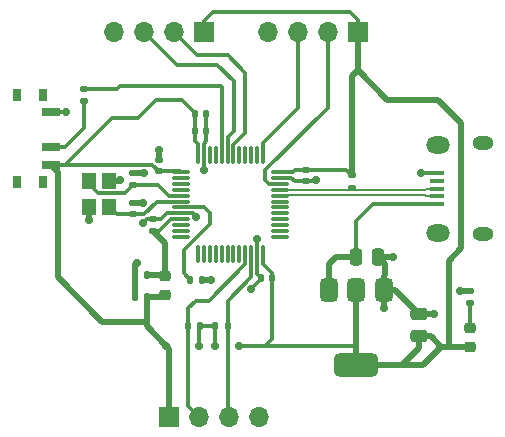
<source format=gbr>
%TF.GenerationSoftware,KiCad,Pcbnew,9.0.0*%
%TF.CreationDate,2025-03-25T14:42:11+07:00*%
%TF.ProjectId,stm32f1,73746d33-3266-4312-9e6b-696361645f70,rev?*%
%TF.SameCoordinates,Original*%
%TF.FileFunction,Copper,L1,Top*%
%TF.FilePolarity,Positive*%
%FSLAX46Y46*%
G04 Gerber Fmt 4.6, Leading zero omitted, Abs format (unit mm)*
G04 Created by KiCad (PCBNEW 9.0.0) date 2025-03-25 14:42:11*
%MOMM*%
%LPD*%
G01*
G04 APERTURE LIST*
G04 Aperture macros list*
%AMRoundRect*
0 Rectangle with rounded corners*
0 $1 Rounding radius*
0 $2 $3 $4 $5 $6 $7 $8 $9 X,Y pos of 4 corners*
0 Add a 4 corners polygon primitive as box body*
4,1,4,$2,$3,$4,$5,$6,$7,$8,$9,$2,$3,0*
0 Add four circle primitives for the rounded corners*
1,1,$1+$1,$2,$3*
1,1,$1+$1,$4,$5*
1,1,$1+$1,$6,$7*
1,1,$1+$1,$8,$9*
0 Add four rect primitives between the rounded corners*
20,1,$1+$1,$2,$3,$4,$5,0*
20,1,$1+$1,$4,$5,$6,$7,0*
20,1,$1+$1,$6,$7,$8,$9,0*
20,1,$1+$1,$8,$9,$2,$3,0*%
G04 Aperture macros list end*
%TA.AperFunction,SMDPad,CuDef*%
%ADD10RoundRect,0.140000X-0.140000X-0.170000X0.140000X-0.170000X0.140000X0.170000X-0.140000X0.170000X0*%
%TD*%
%TA.AperFunction,SMDPad,CuDef*%
%ADD11R,0.800000X1.000000*%
%TD*%
%TA.AperFunction,SMDPad,CuDef*%
%ADD12R,1.500000X0.700000*%
%TD*%
%TA.AperFunction,SMDPad,CuDef*%
%ADD13R,1.200000X1.400000*%
%TD*%
%TA.AperFunction,SMDPad,CuDef*%
%ADD14RoundRect,0.375000X-0.375000X0.625000X-0.375000X-0.625000X0.375000X-0.625000X0.375000X0.625000X0*%
%TD*%
%TA.AperFunction,SMDPad,CuDef*%
%ADD15RoundRect,0.500000X-1.400000X0.500000X-1.400000X-0.500000X1.400000X-0.500000X1.400000X0.500000X0*%
%TD*%
%TA.AperFunction,SMDPad,CuDef*%
%ADD16RoundRect,0.075000X-0.662500X-0.075000X0.662500X-0.075000X0.662500X0.075000X-0.662500X0.075000X0*%
%TD*%
%TA.AperFunction,SMDPad,CuDef*%
%ADD17RoundRect,0.075000X-0.075000X-0.662500X0.075000X-0.662500X0.075000X0.662500X-0.075000X0.662500X0*%
%TD*%
%TA.AperFunction,SMDPad,CuDef*%
%ADD18RoundRect,0.135000X-0.135000X-0.185000X0.135000X-0.185000X0.135000X0.185000X-0.135000X0.185000X0*%
%TD*%
%TA.AperFunction,SMDPad,CuDef*%
%ADD19RoundRect,0.135000X0.135000X0.185000X-0.135000X0.185000X-0.135000X-0.185000X0.135000X-0.185000X0*%
%TD*%
%TA.AperFunction,SMDPad,CuDef*%
%ADD20RoundRect,0.135000X0.185000X-0.135000X0.185000X0.135000X-0.185000X0.135000X-0.185000X-0.135000X0*%
%TD*%
%TA.AperFunction,SMDPad,CuDef*%
%ADD21RoundRect,0.135000X-0.185000X0.135000X-0.185000X-0.135000X0.185000X-0.135000X0.185000X0.135000X0*%
%TD*%
%TA.AperFunction,ComponentPad*%
%ADD22R,1.700000X1.700000*%
%TD*%
%TA.AperFunction,ComponentPad*%
%ADD23O,1.700000X1.700000*%
%TD*%
%TA.AperFunction,SMDPad,CuDef*%
%ADD24R,1.300000X0.450000*%
%TD*%
%TA.AperFunction,HeatsinkPad*%
%ADD25O,1.800000X1.150000*%
%TD*%
%TA.AperFunction,HeatsinkPad*%
%ADD26O,2.000000X1.450000*%
%TD*%
%TA.AperFunction,SMDPad,CuDef*%
%ADD27RoundRect,0.218750X-0.256250X0.218750X-0.256250X-0.218750X0.256250X-0.218750X0.256250X0.218750X0*%
%TD*%
%TA.AperFunction,SMDPad,CuDef*%
%ADD28RoundRect,0.250000X0.475000X-0.250000X0.475000X0.250000X-0.475000X0.250000X-0.475000X-0.250000X0*%
%TD*%
%TA.AperFunction,SMDPad,CuDef*%
%ADD29RoundRect,0.250000X-0.250000X-0.475000X0.250000X-0.475000X0.250000X0.475000X-0.250000X0.475000X0*%
%TD*%
%TA.AperFunction,SMDPad,CuDef*%
%ADD30RoundRect,0.140000X0.170000X-0.140000X0.170000X0.140000X-0.170000X0.140000X-0.170000X-0.140000X0*%
%TD*%
%TA.AperFunction,SMDPad,CuDef*%
%ADD31RoundRect,0.140000X0.140000X0.170000X-0.140000X0.170000X-0.140000X-0.170000X0.140000X-0.170000X0*%
%TD*%
%TA.AperFunction,SMDPad,CuDef*%
%ADD32RoundRect,0.140000X-0.170000X0.140000X-0.170000X-0.140000X0.170000X-0.140000X0.170000X0.140000X0*%
%TD*%
%TA.AperFunction,ViaPad*%
%ADD33C,0.700000*%
%TD*%
%TA.AperFunction,Conductor*%
%ADD34C,0.300000*%
%TD*%
%TA.AperFunction,Conductor*%
%ADD35C,0.500000*%
%TD*%
%TA.AperFunction,Conductor*%
%ADD36C,0.200000*%
%TD*%
G04 APERTURE END LIST*
D10*
%TO.P,C1,1*%
%TO.N,+3.3V*%
X117340000Y-57000000D03*
%TO.P,C1,2*%
%TO.N,GND*%
X118300000Y-57000000D03*
%TD*%
D11*
%TO.P,SW1,*%
%TO.N,*%
X104455000Y-54000000D03*
X102245000Y-54000000D03*
X104455000Y-61300000D03*
X102245000Y-61300000D03*
D12*
%TO.P,SW1,1,A*%
%TO.N,GND*%
X105105000Y-55400000D03*
%TO.P,SW1,2,B*%
%TO.N,Net-(SW1-B)*%
X105105000Y-58400000D03*
%TO.P,SW1,3,C*%
%TO.N,+3.3V*%
X105105000Y-59900000D03*
%TD*%
D13*
%TO.P,Y1,1,1*%
%TO.N,/HSE_IN*%
X108368000Y-61220000D03*
%TO.P,Y1,2,2*%
%TO.N,GND*%
X108368000Y-63420000D03*
%TO.P,Y1,3,3*%
%TO.N,/HSE_OUT*%
X110068000Y-63420000D03*
%TO.P,Y1,4,4*%
%TO.N,GND*%
X110068000Y-61220000D03*
%TD*%
D14*
%TO.P,U3,1,GND*%
%TO.N,GND*%
X133300000Y-70500000D03*
%TO.P,U3,2,VO*%
%TO.N,+3.3V*%
X131000000Y-70500000D03*
D15*
X131000000Y-76800000D03*
D14*
%TO.P,U3,3,VI*%
%TO.N,VBUS*%
X128700000Y-70500000D03*
%TD*%
D16*
%TO.P,U1,1,VBAT*%
%TO.N,+3.3V*%
X116175000Y-60500000D03*
%TO.P,U1,2,PC13*%
%TO.N,unconnected-(U1-PC13-Pad2)*%
X116175000Y-61000000D03*
%TO.P,U1,3,PC14*%
%TO.N,unconnected-(U1-PC14-Pad3)*%
X116175000Y-61500000D03*
%TO.P,U1,4,PC15*%
%TO.N,unconnected-(U1-PC15-Pad4)*%
X116175000Y-62000000D03*
%TO.P,U1,5,PD0*%
%TO.N,/HSE_IN*%
X116175000Y-62500000D03*
%TO.P,U1,6,PD1*%
%TO.N,/HSE_OUT*%
X116175000Y-63000000D03*
%TO.P,U1,7,NRST*%
%TO.N,/NRST*%
X116175000Y-63500000D03*
%TO.P,U1,8,VSSA*%
%TO.N,GND*%
X116175000Y-64000000D03*
%TO.P,U1,9,VDDA*%
%TO.N,+3.3VA*%
X116175000Y-64500000D03*
%TO.P,U1,10,PA0*%
%TO.N,unconnected-(U1-PA0-Pad10)*%
X116175000Y-65000000D03*
%TO.P,U1,11,PA1*%
%TO.N,unconnected-(U1-PA1-Pad11)*%
X116175000Y-65500000D03*
%TO.P,U1,12,PA2*%
%TO.N,unconnected-(U1-PA2-Pad12)*%
X116175000Y-66000000D03*
D17*
%TO.P,U1,13,PA3*%
%TO.N,unconnected-(U1-PA3-Pad13)*%
X117587500Y-67412500D03*
%TO.P,U1,14,PA4*%
%TO.N,unconnected-(U1-PA4-Pad14)*%
X118087500Y-67412500D03*
%TO.P,U1,15,PA5*%
%TO.N,unconnected-(U1-PA5-Pad15)*%
X118587500Y-67412500D03*
%TO.P,U1,16,PA6*%
%TO.N,unconnected-(U1-PA6-Pad16)*%
X119087500Y-67412500D03*
%TO.P,U1,17,PA7*%
%TO.N,unconnected-(U1-PA7-Pad17)*%
X119587500Y-67412500D03*
%TO.P,U1,18,PB0*%
%TO.N,unconnected-(U1-PB0-Pad18)*%
X120087500Y-67412500D03*
%TO.P,U1,19,PB1*%
%TO.N,unconnected-(U1-PB1-Pad19)*%
X120587500Y-67412500D03*
%TO.P,U1,20,PB2*%
%TO.N,unconnected-(U1-PB2-Pad20)*%
X121087500Y-67412500D03*
%TO.P,U1,21,PB10*%
%TO.N,/I2C2_SCL*%
X121587500Y-67412500D03*
%TO.P,U1,22,PB11*%
%TO.N,/I2C2_SDA*%
X122087500Y-67412500D03*
%TO.P,U1,23,VSS*%
%TO.N,GND*%
X122587500Y-67412500D03*
%TO.P,U1,24,VDD*%
%TO.N,+3.3V*%
X123087500Y-67412500D03*
D16*
%TO.P,U1,25,PB12*%
%TO.N,unconnected-(U1-PB12-Pad25)*%
X124500000Y-66000000D03*
%TO.P,U1,26,PB13*%
%TO.N,unconnected-(U1-PB13-Pad26)*%
X124500000Y-65500000D03*
%TO.P,U1,27,PB14*%
%TO.N,unconnected-(U1-PB14-Pad27)*%
X124500000Y-65000000D03*
%TO.P,U1,28,PB15*%
%TO.N,unconnected-(U1-PB15-Pad28)*%
X124500000Y-64500000D03*
%TO.P,U1,29,PA8*%
%TO.N,unconnected-(U1-PA8-Pad29)*%
X124500000Y-64000000D03*
%TO.P,U1,30,PA9*%
%TO.N,unconnected-(U1-PA9-Pad30)*%
X124500000Y-63500000D03*
%TO.P,U1,31,PA10*%
%TO.N,unconnected-(U1-PA10-Pad31)*%
X124500000Y-63000000D03*
%TO.P,U1,32,PA11*%
%TO.N,/USB_D-*%
X124500000Y-62500000D03*
%TO.P,U1,33,PA12*%
%TO.N,/USB_D+*%
X124500000Y-62000000D03*
%TO.P,U1,34,PA13*%
%TO.N,/SWDIO*%
X124500000Y-61500000D03*
%TO.P,U1,35,VSS*%
%TO.N,GND*%
X124500000Y-61000000D03*
%TO.P,U1,36,VDD*%
%TO.N,+3.3V*%
X124500000Y-60500000D03*
D17*
%TO.P,U1,37,PA14*%
%TO.N,/SWCLK*%
X123087500Y-59087500D03*
%TO.P,U1,38,PA15*%
%TO.N,unconnected-(U1-PA15-Pad38)*%
X122587500Y-59087500D03*
%TO.P,U1,39,PB3*%
%TO.N,unconnected-(U1-PB3-Pad39)*%
X122087500Y-59087500D03*
%TO.P,U1,40,PB4*%
%TO.N,unconnected-(U1-PB4-Pad40)*%
X121587500Y-59087500D03*
%TO.P,U1,41,PB5*%
%TO.N,unconnected-(U1-PB5-Pad41)*%
X121087500Y-59087500D03*
%TO.P,U1,42,PB6*%
%TO.N,/USART1_TX*%
X120587500Y-59087500D03*
%TO.P,U1,43,PB7*%
%TO.N,/USART1_RX*%
X120087500Y-59087500D03*
%TO.P,U1,44,BOOT0*%
%TO.N,Net-(U1-BOOT0)*%
X119587500Y-59087500D03*
%TO.P,U1,45,PB8*%
%TO.N,unconnected-(U1-PB8-Pad45)*%
X119087500Y-59087500D03*
%TO.P,U1,46,PB9*%
%TO.N,unconnected-(U1-PB9-Pad46)*%
X118587500Y-59087500D03*
%TO.P,U1,47,VSS*%
%TO.N,GND*%
X118087500Y-59087500D03*
%TO.P,U1,48,VDD*%
%TO.N,+3.3V*%
X117587500Y-59087500D03*
%TD*%
D18*
%TO.P,R5,1*%
%TO.N,+3.3V*%
X119070000Y-73500000D03*
%TO.P,R5,2*%
%TO.N,/I2C2_SDA*%
X120090000Y-73500000D03*
%TD*%
D19*
%TO.P,R4,1*%
%TO.N,+3.3V*%
X117800000Y-73500000D03*
%TO.P,R4,2*%
%TO.N,/I2C2_SCL*%
X116780000Y-73500000D03*
%TD*%
D20*
%TO.P,R3,1*%
%TO.N,/PWR_LED_K*%
X140600000Y-71600000D03*
%TO.P,R3,2*%
%TO.N,GND*%
X140600000Y-70580000D03*
%TD*%
D21*
%TO.P,R2,1*%
%TO.N,+3.3V*%
X130600000Y-60790000D03*
%TO.P,R2,2*%
%TO.N,/USB_D+*%
X130600000Y-61810000D03*
%TD*%
D20*
%TO.P,R1,1*%
%TO.N,Net-(SW1-B)*%
X107900000Y-54510000D03*
%TO.P,R1,2*%
%TO.N,Net-(U1-BOOT0)*%
X107900000Y-53490000D03*
%TD*%
D22*
%TO.P,J4,1,Pin_1*%
%TO.N,+3.3V*%
X115160000Y-81200000D03*
D23*
%TO.P,J4,2,Pin_2*%
%TO.N,/I2C2_SCL*%
X117700000Y-81200000D03*
%TO.P,J4,3,Pin_3*%
%TO.N,/I2C2_SDA*%
X120240000Y-81200000D03*
%TO.P,J4,4,Pin_4*%
%TO.N,GND*%
X122780000Y-81200000D03*
%TD*%
D22*
%TO.P,J3,1,Pin_1*%
%TO.N,+3.3V*%
X118080000Y-48600000D03*
D23*
%TO.P,J3,2,Pin_2*%
%TO.N,/USART1_TX*%
X115540000Y-48600000D03*
%TO.P,J3,3,Pin_3*%
%TO.N,/USART1_RX*%
X113000000Y-48600000D03*
%TO.P,J3,4,Pin_4*%
%TO.N,GND*%
X110460000Y-48600000D03*
%TD*%
D24*
%TO.P,J2,1,VBUS*%
%TO.N,VBUS*%
X137850000Y-63200000D03*
%TO.P,J2,2,D-*%
%TO.N,/USB_D-*%
X137850000Y-62550000D03*
%TO.P,J2,3,D+*%
%TO.N,/USB_D+*%
X137850000Y-61900000D03*
%TO.P,J2,4,ID*%
%TO.N,unconnected-(J2-ID-Pad4)*%
X137850000Y-61250000D03*
%TO.P,J2,5,GND*%
%TO.N,GND*%
X137850000Y-60600000D03*
D25*
%TO.P,J2,6,Shield*%
%TO.N,unconnected-(J2-Shield-Pad6)_2*%
X141700000Y-65775000D03*
D26*
%TO.N,unconnected-(J2-Shield-Pad6)_1*%
X137900000Y-65625000D03*
%TO.N,unconnected-(J2-Shield-Pad6)_3*%
X137900000Y-58175000D03*
D25*
%TO.N,unconnected-(J2-Shield-Pad6)*%
X141700000Y-58025000D03*
%TD*%
D22*
%TO.P,J1,1,Pin_1*%
%TO.N,+3.3V*%
X131100000Y-48600000D03*
D23*
%TO.P,J1,2,Pin_2*%
%TO.N,/SWDIO*%
X128560000Y-48600000D03*
%TO.P,J1,3,Pin_3*%
%TO.N,/SWCLK*%
X126020000Y-48600000D03*
%TO.P,J1,4,Pin_4*%
%TO.N,GND*%
X123480000Y-48600000D03*
%TD*%
D27*
%TO.P,FB1,1*%
%TO.N,+3.3VA*%
X114808000Y-69316500D03*
%TO.P,FB1,2*%
%TO.N,+3.3V*%
X114808000Y-70891500D03*
%TD*%
%TO.P,D1,1,K*%
%TO.N,/PWR_LED_K*%
X140600000Y-73712500D03*
%TO.P,D1,2,A*%
%TO.N,+3.3V*%
X140600000Y-75287500D03*
%TD*%
D28*
%TO.P,C13,1*%
%TO.N,+3.3V*%
X136300000Y-74400000D03*
%TO.P,C13,2*%
%TO.N,GND*%
X136300000Y-72500000D03*
%TD*%
D29*
%TO.P,C12,1*%
%TO.N,VBUS*%
X130950000Y-67700000D03*
%TO.P,C12,2*%
%TO.N,GND*%
X132850000Y-67700000D03*
%TD*%
D30*
%TO.P,C11,1*%
%TO.N,/HSE_OUT*%
X112080000Y-64080000D03*
%TO.P,C11,2*%
%TO.N,GND*%
X112080000Y-63120000D03*
%TD*%
%TO.P,C10,1*%
%TO.N,/HSE_IN*%
X112100000Y-61580000D03*
%TO.P,C10,2*%
%TO.N,GND*%
X112100000Y-60620000D03*
%TD*%
D10*
%TO.P,C9,1*%
%TO.N,/NRST*%
X116940000Y-69600000D03*
%TO.P,C9,2*%
%TO.N,GND*%
X117900000Y-69600000D03*
%TD*%
D31*
%TO.P,C8,1*%
%TO.N,+3.3V*%
X113256000Y-71120000D03*
%TO.P,C8,2*%
%TO.N,GND*%
X112296000Y-71120000D03*
%TD*%
%TO.P,C7,1*%
%TO.N,+3.3VA*%
X113256000Y-69200000D03*
%TO.P,C7,2*%
%TO.N,GND*%
X112296000Y-69200000D03*
%TD*%
D30*
%TO.P,C6,1*%
%TO.N,+3.3VA*%
X113792000Y-65476000D03*
%TO.P,C6,2*%
%TO.N,GND*%
X113792000Y-64516000D03*
%TD*%
D31*
%TO.P,C5,1*%
%TO.N,+3.3V*%
X123880000Y-69500000D03*
%TO.P,C5,2*%
%TO.N,GND*%
X122920000Y-69500000D03*
%TD*%
D32*
%TO.P,C4,1*%
%TO.N,+3.3V*%
X126700000Y-60300000D03*
%TO.P,C4,2*%
%TO.N,GND*%
X126700000Y-61260000D03*
%TD*%
D10*
%TO.P,C3,1*%
%TO.N,+3.3V*%
X117340000Y-55600000D03*
%TO.P,C3,2*%
%TO.N,GND*%
X118300000Y-55600000D03*
%TD*%
D30*
%TO.P,C2,1*%
%TO.N,+3.3V*%
X114300000Y-60424000D03*
%TO.P,C2,2*%
%TO.N,GND*%
X114300000Y-59464000D03*
%TD*%
D33*
%TO.N,GND*%
X136500000Y-60600000D03*
X122100000Y-70400000D03*
X118700000Y-69600000D03*
X112400000Y-68200000D03*
X112900000Y-64800000D03*
X118100000Y-60300000D03*
X139800000Y-70600000D03*
X137600000Y-72500000D03*
X133300000Y-72000000D03*
X134100000Y-67700000D03*
X127600000Y-61200000D03*
X106400000Y-55400000D03*
X112955025Y-63155025D03*
X113000000Y-60600000D03*
X111000000Y-61200000D03*
X108400000Y-64600000D03*
%TO.N,+3.3V*%
X121100000Y-75200000D03*
X119000000Y-75200000D03*
X117700000Y-75200000D03*
%TO.N,GND*%
X117446129Y-64281384D03*
X114300000Y-58600000D03*
X122600000Y-66200000D03*
%TO.N,+3.3V*%
X114900000Y-75200000D03*
%TD*%
D34*
%TO.N,GND*%
X137850000Y-60600000D02*
X136500000Y-60600000D01*
X122920000Y-69580000D02*
X122100000Y-70400000D01*
X122920000Y-69500000D02*
X122920000Y-69580000D01*
D35*
X117900000Y-69600000D02*
X118700000Y-69600000D01*
D34*
%TO.N,+3.3V*%
X123880000Y-74620000D02*
X123300000Y-75200000D01*
X123880000Y-69500000D02*
X123880000Y-74620000D01*
X123300000Y-75200000D02*
X130900000Y-75200000D01*
D35*
%TO.N,+3.3VA*%
X114808000Y-69316500D02*
X114808000Y-66492000D01*
X114808000Y-66492000D02*
X113792000Y-65476000D01*
%TO.N,GND*%
X112296000Y-68304000D02*
X112400000Y-68200000D01*
X112296000Y-69200000D02*
X112296000Y-68304000D01*
D34*
X113000000Y-64800000D02*
X112900000Y-64800000D01*
X113200000Y-64600000D02*
X113000000Y-64800000D01*
X113284000Y-64516000D02*
X113200000Y-64600000D01*
X113792000Y-64516000D02*
X113284000Y-64516000D01*
%TO.N,+3.3V*%
X116099000Y-60424000D02*
X116175000Y-60500000D01*
X114300000Y-60424000D02*
X116099000Y-60424000D01*
X117340000Y-55540000D02*
X117340000Y-55600000D01*
X114000000Y-54400000D02*
X116200000Y-54400000D01*
X112500000Y-55900000D02*
X114000000Y-54400000D01*
X110300000Y-55900000D02*
X112500000Y-55900000D01*
X106300000Y-59900000D02*
X110300000Y-55900000D01*
X105105000Y-59900000D02*
X106300000Y-59900000D01*
X116200000Y-54400000D02*
X117340000Y-55540000D01*
%TO.N,GND*%
X118087500Y-60287500D02*
X118100000Y-60300000D01*
X118087500Y-59087500D02*
X118087500Y-60287500D01*
%TO.N,+3.3V*%
X130110000Y-60300000D02*
X130600000Y-60790000D01*
X126700000Y-60300000D02*
X130110000Y-60300000D01*
D35*
X130600000Y-52400000D02*
X131100000Y-51900000D01*
X130600000Y-60790000D02*
X130600000Y-52400000D01*
X131100000Y-51900000D02*
X131100000Y-48600000D01*
X133600000Y-54400000D02*
X131100000Y-51900000D01*
X137900000Y-54400000D02*
X133600000Y-54400000D01*
X139851000Y-56351000D02*
X137900000Y-54400000D01*
X139851000Y-66949000D02*
X139851000Y-56351000D01*
X138800000Y-68000000D02*
X139851000Y-66949000D01*
X138800000Y-75287500D02*
X138800000Y-68000000D01*
X138800000Y-75287500D02*
X140600000Y-75287500D01*
X136675000Y-76800000D02*
X138187500Y-75287500D01*
X134600000Y-76800000D02*
X136675000Y-76800000D01*
X134600000Y-76800000D02*
X131000000Y-76800000D01*
%TO.N,GND*%
X139820000Y-70580000D02*
X139800000Y-70600000D01*
X140600000Y-70580000D02*
X139820000Y-70580000D01*
X136300000Y-72500000D02*
X137600000Y-72500000D01*
X133300000Y-70500000D02*
X133300000Y-72000000D01*
X132850000Y-67700000D02*
X134100000Y-67700000D01*
D34*
X127540000Y-61260000D02*
X127600000Y-61200000D01*
X126700000Y-61260000D02*
X127540000Y-61260000D01*
D35*
%TO.N,+3.3V*%
X115160000Y-75460000D02*
X114900000Y-75200000D01*
X115160000Y-81200000D02*
X115160000Y-75460000D01*
X105700000Y-69400000D02*
X105700000Y-60495000D01*
X109500000Y-73200000D02*
X105700000Y-69400000D01*
X113256000Y-73200000D02*
X109500000Y-73200000D01*
X113256000Y-73200000D02*
X113256000Y-73556000D01*
X105700000Y-60495000D02*
X105105000Y-59900000D01*
D34*
%TO.N,Net-(U1-BOOT0)*%
X110710000Y-53490000D02*
X111000000Y-53200000D01*
X107900000Y-53490000D02*
X110710000Y-53490000D01*
%TO.N,Net-(SW1-B)*%
X107900000Y-56800000D02*
X107900000Y-54510000D01*
X106300000Y-58400000D02*
X107900000Y-56800000D01*
%TO.N,GND*%
X105400000Y-55400000D02*
X106400000Y-55400000D01*
X105105000Y-55400000D02*
X105400000Y-55400000D01*
%TO.N,+3.3V*%
X114251740Y-60424000D02*
X114300000Y-60424000D01*
X113727740Y-59900000D02*
X114251740Y-60424000D01*
X105105000Y-59900000D02*
X113727740Y-59900000D01*
D35*
%TO.N,GND*%
X112920000Y-63120000D02*
X112955025Y-63155025D01*
X112080000Y-63120000D02*
X112920000Y-63120000D01*
X112980000Y-60620000D02*
X113000000Y-60600000D01*
X112100000Y-60620000D02*
X112980000Y-60620000D01*
X110980000Y-61220000D02*
X111000000Y-61200000D01*
X110068000Y-61220000D02*
X110980000Y-61220000D01*
X108368000Y-64568000D02*
X108400000Y-64600000D01*
X108368000Y-63420000D02*
X108368000Y-64568000D01*
%TO.N,+3.3V*%
X113256000Y-73556000D02*
X114900000Y-75200000D01*
X113256000Y-71120000D02*
X113256000Y-73200000D01*
%TO.N,GND*%
X112296000Y-69200000D02*
X112296000Y-71120000D01*
%TO.N,+3.3V*%
X114579500Y-71120000D02*
X114808000Y-70891500D01*
X113256000Y-71120000D02*
X114579500Y-71120000D01*
%TO.N,+3.3VA*%
X114691500Y-69200000D02*
X114808000Y-69316500D01*
X113256000Y-69200000D02*
X114691500Y-69200000D01*
D34*
%TO.N,+3.3V*%
X121100000Y-75200000D02*
X123300000Y-75200000D01*
X130900000Y-75200000D02*
X131000000Y-75100000D01*
D35*
X131000000Y-75100000D02*
X131000000Y-76800000D01*
D34*
X119070000Y-75130000D02*
X119000000Y-75200000D01*
X119070000Y-73500000D02*
X119070000Y-75130000D01*
X117700000Y-73600000D02*
X117800000Y-73500000D01*
X117700000Y-75200000D02*
X117700000Y-73600000D01*
D35*
X131000000Y-73700000D02*
X131000000Y-75100000D01*
D34*
%TO.N,/PWR_LED_K*%
X140600000Y-73712500D02*
X140600000Y-71600000D01*
D35*
%TO.N,+3.3V*%
X138187500Y-75287500D02*
X138800000Y-75287500D01*
X137300000Y-74400000D02*
X138187500Y-75287500D01*
X136300000Y-74400000D02*
X137300000Y-74400000D01*
X136300000Y-74400000D02*
X136300000Y-75400000D01*
D34*
%TO.N,VBUS*%
X130950000Y-64650000D02*
X130950000Y-67700000D01*
X132400000Y-63200000D02*
X130950000Y-64650000D01*
X137850000Y-63200000D02*
X132400000Y-63200000D01*
D35*
%TO.N,+3.3V*%
X134900000Y-76800000D02*
X134600000Y-76800000D01*
X136300000Y-75400000D02*
X134900000Y-76800000D01*
%TO.N,VBUS*%
X128700000Y-68300000D02*
X128700000Y-70500000D01*
X129300000Y-67700000D02*
X128700000Y-68300000D01*
X130950000Y-67700000D02*
X129300000Y-67700000D01*
%TO.N,+3.3V*%
X131000000Y-70500000D02*
X131000000Y-73700000D01*
%TO.N,GND*%
X134300000Y-70500000D02*
X136300000Y-72500000D01*
X133300000Y-70500000D02*
X134300000Y-70500000D01*
X133300000Y-69300000D02*
X133300000Y-70500000D01*
X133400000Y-69200000D02*
X133300000Y-69300000D01*
X133400000Y-68250000D02*
X133400000Y-69200000D01*
X132850000Y-67700000D02*
X133400000Y-68250000D01*
D34*
%TO.N,/NRST*%
X116400000Y-69060000D02*
X116940000Y-69600000D01*
X116400000Y-67117034D02*
X116400000Y-69060000D01*
X118600000Y-64917034D02*
X116400000Y-67117034D01*
X118600000Y-64000000D02*
X118600000Y-64917034D01*
X118100000Y-63500000D02*
X118600000Y-64000000D01*
X116175000Y-63500000D02*
X118100000Y-63500000D01*
%TO.N,GND*%
X117164745Y-64000000D02*
X117446129Y-64281384D01*
X116175000Y-64000000D02*
X117164745Y-64000000D01*
D35*
X114300000Y-59464000D02*
X114300000Y-58600000D01*
D34*
%TO.N,/I2C2_SDA*%
X120090000Y-81050000D02*
X120240000Y-81200000D01*
X120090000Y-73500000D02*
X120090000Y-81050000D01*
%TO.N,/I2C2_SCL*%
X116780000Y-80280000D02*
X117700000Y-81200000D01*
X116780000Y-73500000D02*
X116780000Y-80280000D01*
%TO.N,+3.3V*%
X117800000Y-73500000D02*
X119070000Y-73500000D01*
%TO.N,/I2C2_SDA*%
X120090000Y-71410000D02*
X120090000Y-73500000D01*
X122087500Y-69412500D02*
X120090000Y-71410000D01*
X122087500Y-67412500D02*
X122087500Y-69412500D01*
%TO.N,+3.3V*%
X123880000Y-69080000D02*
X123880000Y-69500000D01*
X123087500Y-68287500D02*
X123880000Y-69080000D01*
X123087500Y-67412500D02*
X123087500Y-68287500D01*
%TO.N,GND*%
X122587500Y-69167500D02*
X122920000Y-69500000D01*
X122587500Y-67412500D02*
X122587500Y-69167500D01*
%TO.N,/I2C2_SCL*%
X116780000Y-72020000D02*
X116780000Y-73500000D01*
X117400000Y-71400000D02*
X116780000Y-72020000D01*
X118500000Y-71400000D02*
X117400000Y-71400000D01*
X121587500Y-68312500D02*
X118500000Y-71400000D01*
X121587500Y-67412500D02*
X121587500Y-68312500D01*
%TO.N,/USART1_RX*%
X120600000Y-57000000D02*
X120600000Y-52800000D01*
X120600000Y-52800000D02*
X119200000Y-51400000D01*
X120087500Y-57512500D02*
X120600000Y-57000000D01*
X120087500Y-59087500D02*
X120087500Y-57512500D01*
X119200000Y-51400000D02*
X115800000Y-51400000D01*
%TO.N,Net-(U1-BOOT0)*%
X119500000Y-53200000D02*
X111000000Y-53200000D01*
X119587500Y-53287500D02*
X119500000Y-53200000D01*
X119587500Y-59087500D02*
X119587500Y-53287500D01*
%TO.N,Net-(SW1-B)*%
X105105000Y-58400000D02*
X106300000Y-58400000D01*
%TO.N,/USART1_RX*%
X115800000Y-51400000D02*
X113000000Y-48600000D01*
%TO.N,/USART1_TX*%
X117500000Y-50560000D02*
X115540000Y-48600000D01*
X117500000Y-50600000D02*
X117500000Y-50560000D01*
X120100000Y-50600000D02*
X117500000Y-50600000D01*
X121600000Y-57200000D02*
X121600000Y-52100000D01*
X121600000Y-52100000D02*
X120100000Y-50600000D01*
X120587500Y-59087500D02*
X120587500Y-58212500D01*
X120587500Y-58212500D02*
X121600000Y-57200000D01*
%TO.N,/SWDIO*%
X123300000Y-60300000D02*
X128560000Y-55040000D01*
X123300000Y-61200000D02*
X123300000Y-60300000D01*
X128560000Y-55040000D02*
X128560000Y-48600000D01*
X123600000Y-61500000D02*
X123300000Y-61200000D01*
X124500000Y-61500000D02*
X123600000Y-61500000D01*
%TO.N,/SWCLK*%
X126020000Y-55080000D02*
X126020000Y-48600000D01*
X123100000Y-58000000D02*
X126020000Y-55080000D01*
X123100000Y-59000000D02*
X123100000Y-58000000D01*
X123087500Y-59012500D02*
X123100000Y-59000000D01*
X123087500Y-59087500D02*
X123087500Y-59012500D01*
%TO.N,GND*%
X125760000Y-61260000D02*
X126700000Y-61260000D01*
X125500000Y-61000000D02*
X125760000Y-61260000D01*
X124500000Y-61000000D02*
X125500000Y-61000000D01*
%TO.N,+3.3V*%
X125800000Y-60300000D02*
X126700000Y-60300000D01*
X125600000Y-60500000D02*
X125800000Y-60300000D01*
X124500000Y-60500000D02*
X125600000Y-60500000D01*
D36*
%TO.N,/USB_D-*%
X136874999Y-62550000D02*
X137850000Y-62550000D01*
X136774999Y-62450000D02*
X136874999Y-62550000D01*
X124550000Y-62450000D02*
X136774999Y-62450000D01*
X124500000Y-62500000D02*
X124550000Y-62450000D01*
%TO.N,/USB_D+*%
X136874999Y-61900000D02*
X137850000Y-61900000D01*
X136774999Y-62000000D02*
X136874999Y-61900000D01*
X124500000Y-62000000D02*
X136774999Y-62000000D01*
D34*
%TO.N,/HSE_IN*%
X111380000Y-62300000D02*
X109146000Y-62300000D01*
X108368000Y-61522000D02*
X108368000Y-61220000D01*
X112100000Y-61580000D02*
X111380000Y-62300000D01*
X109146000Y-62300000D02*
X108368000Y-61522000D01*
X115100000Y-62500000D02*
X114180000Y-61580000D01*
X116175000Y-62500000D02*
X115100000Y-62500000D01*
X114180000Y-61580000D02*
X112100000Y-61580000D01*
%TO.N,/HSE_OUT*%
X110728000Y-64080000D02*
X110068000Y-63420000D01*
X112080000Y-64080000D02*
X110728000Y-64080000D01*
X113020000Y-64080000D02*
X112080000Y-64080000D01*
X114100000Y-63000000D02*
X113020000Y-64080000D01*
X116175000Y-63000000D02*
X114100000Y-63000000D01*
%TO.N,+3.3VA*%
X114324000Y-65476000D02*
X115300000Y-64500000D01*
X113792000Y-65476000D02*
X114324000Y-65476000D01*
X115300000Y-64500000D02*
X116175000Y-64500000D01*
%TO.N,GND*%
X115000000Y-64000000D02*
X116175000Y-64000000D01*
X114484000Y-64516000D02*
X115000000Y-64000000D01*
X113792000Y-64516000D02*
X114484000Y-64516000D01*
X118300000Y-57000000D02*
X118300000Y-55600000D01*
%TO.N,+3.3V*%
X117340000Y-57000000D02*
X117340000Y-55600000D01*
X117340000Y-57840000D02*
X117340000Y-57000000D01*
X117587500Y-58087500D02*
X117340000Y-57840000D01*
X117587500Y-59087500D02*
X117587500Y-58087500D01*
%TO.N,GND*%
X118300000Y-57900000D02*
X118300000Y-57000000D01*
X118087500Y-58112500D02*
X118300000Y-57900000D01*
X118087500Y-59087500D02*
X118087500Y-58112500D01*
X122587500Y-67412500D02*
X122587500Y-66212500D01*
X122587500Y-66212500D02*
X122600000Y-66200000D01*
%TO.N,+3.3V*%
X131100000Y-48600000D02*
X131100000Y-47600000D01*
X131100000Y-47600000D02*
X130451000Y-46951000D01*
X118849000Y-46951000D02*
X118080000Y-47720000D01*
X130451000Y-46951000D02*
X118849000Y-46951000D01*
X118080000Y-47720000D02*
X118080000Y-48600000D01*
%TD*%
M02*

</source>
